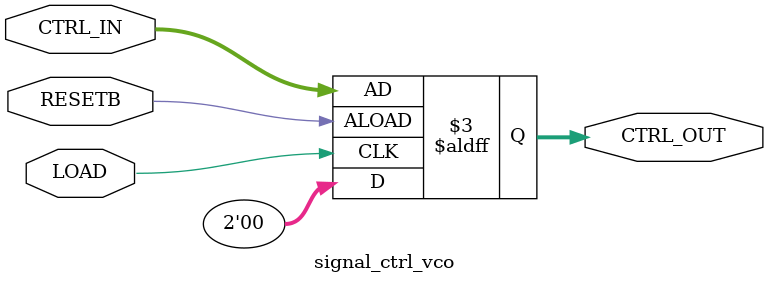
<source format=v>

module signal_ctrl_vco(RESETB, LOAD, CTRL_IN, CTRL_OUT);
	input RESETB, LOAD;
	input [1:0] CTRL_IN ;
	output reg [1:0] CTRL_OUT;
	
	always @ (posedge LOAD, posedge RESETB) begin
 		if (!RESETB) 
  			CTRL_OUT <= 0;
 		else
 			CTRL_OUT <= CTRL_IN;
	end		

endmodule


</source>
